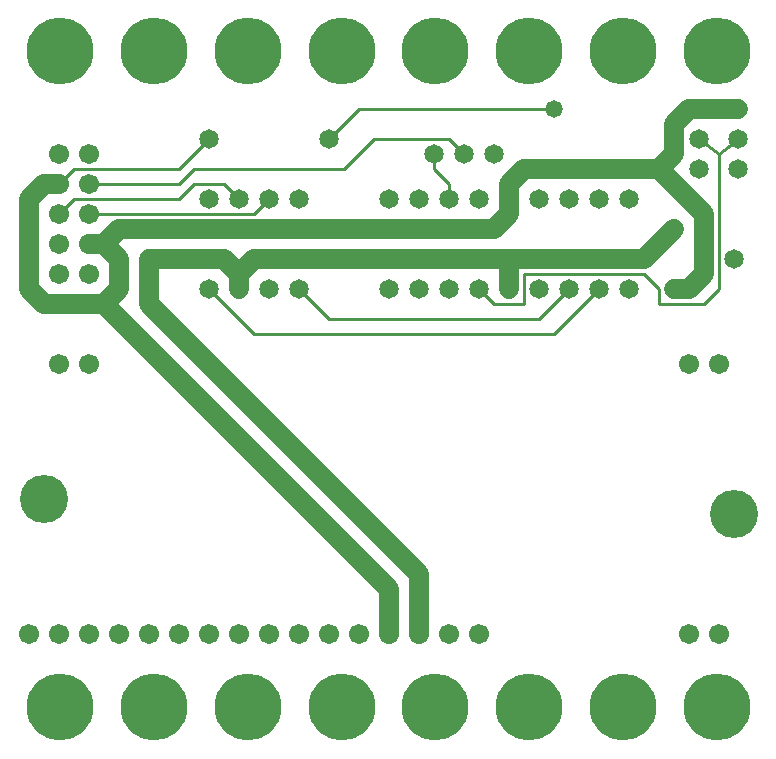
<source format=gbl>
%MOIN*%
%FSLAX25Y25*%
G04 D10 used for Character Trace; *
G04     Circle (OD=.01000) (No hole)*
G04 D11 used for Power Trace; *
G04     Circle (OD=.06500) (No hole)*
G04 D12 used for Signal Trace; *
G04     Circle (OD=.01100) (No hole)*
G04 D13 used for Via; *
G04     Circle (OD=.05800) (Round. Hole ID=.02800)*
G04 D14 used for Component hole; *
G04     Circle (OD=.06500) (Round. Hole ID=.03500)*
G04 D15 used for Component hole; *
G04     Circle (OD=.06700) (Round. Hole ID=.04300)*
G04 D16 used for Component hole; *
G04     Circle (OD=.08100) (Round. Hole ID=.05100)*
G04 D17 used for Component hole; *
G04     Circle (OD=.08900) (Round. Hole ID=.05900)*
G04 D18 used for Component hole; *
G04     Circle (OD=.11300) (Round. Hole ID=.08300)*
G04 D19 used for Component hole; *
G04     Circle (OD=.16000) (Round. Hole ID=.13000)*
G04 D20 used for Component hole; *
G04     Circle (OD=.18300) (Round. Hole ID=.15300)*
G04 D21 used for Component hole; *
G04     Circle (OD=.22291) (Round. Hole ID=.19291)*
%ADD10C,.01000*%
%ADD11C,.06500*%
%ADD12C,.01100*%
%ADD13C,.05800*%
%ADD14C,.06500*%
%ADD15C,.06700*%
%ADD16C,.08100*%
%ADD17C,.08900*%
%ADD18C,.11300*%
%ADD19C,.16000*%
%ADD20C,.18300*%
%ADD21C,.22291*%
%IPPOS*%
%LPD*%
G90*X0Y0D02*D21*X15625Y15625D03*D15*              
X35000Y40000D03*X25000D03*X15000D03*X5000D03*D21* 
X46875Y15625D03*D15*X45000Y40000D03*X55000D03*    
X65000D03*X75000D03*D21*X78125Y15625D03*D19*      
X10000Y85000D03*D15*X85000Y40000D03*X95000D03*    
X105000D03*D21*X109375Y15625D03*D15*              
X115000Y40000D03*X125000D03*D11*Y55000D01*        
X30000Y150000D01*X10000D01*X5000Y155000D01*       
Y185000D01*X10000Y190000D01*X15000D01*D15*D03*D12*
X20000Y195000D01*X55000D01*X65000Y205000D01*D14*  
D03*D12*X55000Y190000D02*X60000Y195000D01*        
X25000Y190000D02*X55000D01*D15*X25000D03*D12*     
X15000Y180000D02*X20000Y185000D01*D15*            
X15000Y180000D03*D12*X20000Y185000D02*X55000D01*  
X60000Y190000D01*X70000D01*X75000Y185000D01*D14*  
D03*D12*X25000Y180000D02*X80000D01*D15*X25000D03* 
X15000Y170000D03*D11*X30000D02*X35000Y175000D01*  
Y165000D02*X30000Y170000D01*X35000Y155000D02*     
Y165000D01*X30000Y150000D02*X35000Y155000D01*D15* 
X25000Y160000D03*D14*X45000Y165000D03*D11*        
Y150000D01*X135000Y60000D01*Y40000D01*D15*D03*    
X145000D03*X155000D03*D21*X140625Y15625D03*       
X171875D03*X203125D03*D15*X225000Y130000D03*      
Y40000D03*D12*X80000Y140000D02*X180000D01*        
X80000D02*X65000Y155000D01*D14*D03*D11*           
X75000Y160000D02*X70000Y165000D01*                
X75000Y155000D02*Y160000D01*D14*Y155000D03*D11*   
Y160000D02*X80000Y165000D01*X110000D01*D14*D03*   
D11*X165000D01*Y155000D01*D14*D03*D12*            
X160000Y150000D02*X170000D01*X160000D02*          
X155000Y155000D01*D14*D03*D11*X165000Y165000D02*  
X210000D01*X220000Y175000D01*D14*D03*D11*         
X230000Y160000D02*Y180000D01*X225000Y155000D02*   
X230000Y160000D01*X220000Y155000D02*X225000D01*   
D14*X220000D03*D12*X215000Y150000D02*X230000D01*  
X235000Y155000D01*Y200000D01*X241500Y205000D01*   
D14*D03*D12*X235000Y200000D02*X228500Y205000D01*  
D14*D03*X241500Y195000D03*Y215000D03*D11*         
X228500D01*D14*D03*D11*X225000D01*                
X220000Y210000D01*Y200000D01*X215000Y195000D01*   
X230000Y180000D01*X170000Y195000D02*X215000D01*   
X165000Y190000D02*X170000Y195000D01*              
X165000Y185000D02*Y190000D01*D14*Y185000D03*D11*  
Y180000D01*X160000Y175000D01*X110000D01*D14*D03*  
D11*X85000D01*D13*D03*D11*X45000D01*D14*D03*D11*  
X35000D01*X25000Y170000D02*X30000D01*D15*         
X25000D03*X15000Y160000D03*D11*X45000Y165000D02*  
X70000D01*D14*X85000Y155000D03*D12*               
X80000Y180000D02*X85000Y185000D01*D14*D03*        
X95000D03*X105000Y205000D03*D12*X115000Y215000D01*
X180000D01*D13*D03*D21*X171875Y234375D03*D14*     
X160000Y200000D03*D21*X203125Y234375D03*D14*      
X155000Y185000D03*X175000D03*X185000D03*          
X150000Y200000D03*D12*X145000Y205000D01*          
X120000D01*X110000Y195000D01*X60000D01*D14*       
X65000Y185000D03*D15*X25000Y200000D03*D21*        
X78125Y234375D03*X46875D03*D14*X95000Y155000D03*  
D12*X105000Y145000D01*X175000D01*                 
X185000Y155000D01*D14*D03*X195000D03*D12*         
X180000Y140000D01*X170000Y150000D02*Y160000D01*   
X210000D01*X215000Y155000D01*Y150000D01*D14*      
X205000Y155000D03*D15*X235000Y130000D03*D14*      
X240000Y165000D03*X205000Y185000D03*X195000D03*   
X175000Y155000D03*X228500Y195000D03*D12*          
X145000Y185000D02*Y190000D01*D14*Y185000D03*D12*  
Y190000D02*X140000Y195000D01*Y200000D01*D14*D03*  
X125000Y185000D03*X135000D03*D21*                 
X140625Y234375D03*X109375D03*D14*                 
X125000Y155000D03*X135000D03*X145000D03*D21*      
X234375Y234375D03*D15*X25000Y130000D03*D19*       
X240000Y80000D03*D21*X15625Y234375D03*D15*        
X15000Y200000D03*Y130000D03*X235000Y40000D03*D21* 
X234375Y15625D03*M02*                             

</source>
